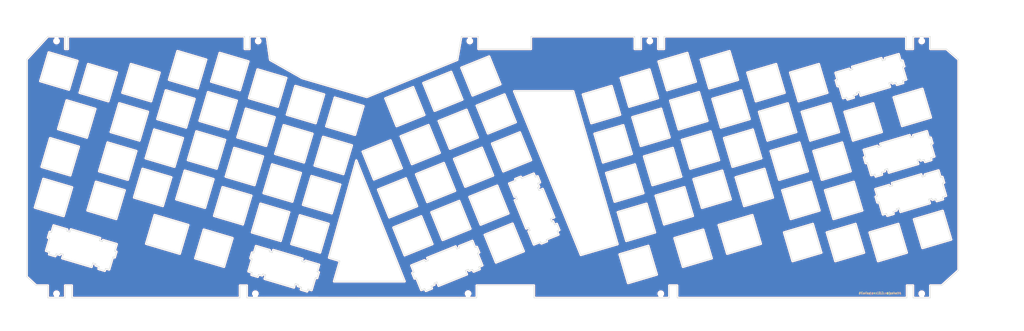
<source format=kicad_pcb>
(kicad_pcb (version 20171130) (host pcbnew "(5.1.5-0-10_14)")
  (layers (0 F.Cu signal) (31 B.Cu signal) (34 B.Paste user) (35 F.Paste user) (36 B.SilkS user) (37 F.SilkS user) (38 B.Mask user) (39 F.Mask user) (44 Edge.Cuts user))
  (net 0 "")
  (module MountingHole:MountingHole_2.2mm_M2 (layer F.Cu) (at 429.46 17.34)
    (fp_text reference REF** hide)
    (fp_text value MountingHole_2.2mm_M2)
    (pad 1 np_thru_hole circle (at 0 0) (size 2.2 2.2) (drill 2.2) (layers *.Cu *.Mask))
  )
  (module MountingHole:MountingHole_2.2mm_M2 (layer F.Cu) (at 303.41 17.34)
    (fp_text reference REF** hide)
    (fp_text value MountingHole_2.2mm_M2)
    (pad 1 np_thru_hole circle (at 0 0) (size 2.2 2.2) (drill 2.2) (layers *.Cu *.Mask))
  )
  (module MountingHole:MountingHole_2.2mm_M2 (layer F.Cu) (at 219.96 17.34)
    (fp_text reference REF** hide)
    (fp_text value MountingHole_2.2mm_M2)
    (pad 1 np_thru_hole circle (at 0 0) (size 2.2 2.2) (drill 2.2) (layers *.Cu *.Mask))
  )
  (module MountingHole:MountingHole_2.2mm_M2 (layer F.Cu) (at 121.86 17.34)
    (fp_text reference REF** hide)
    (fp_text value MountingHole_2.2mm_M2)
    (pad 1 np_thru_hole circle (at 0 0) (size 2.2 2.2) (drill 2.2) (layers *.Cu *.Mask))
  )
  (module MountingHole:MountingHole_2.2mm_M2 (layer F.Cu) (at 28.36 17.34)
    (fp_text reference REF** hide)
    (fp_text value MountingHole_2.2mm_M2)
    (pad 1 np_thru_hole circle (at 0 0) (size 2.2 2.2) (drill 2.2) (layers *.Cu *.Mask))
  )
  (module MountingHole:MountingHole_2.2mm_M2 (layer F.Cu) (at 28.36 134.64)
    (fp_text reference REF** hide)
    (fp_text value MountingHole_2.2mm_M2)
    (pad 1 np_thru_hole circle (at 0 0) (size 2.2 2.2) (drill 2.2) (layers *.Cu *.Mask))
  )
  (module MountingHole:MountingHole_2.2mm_M2 (layer F.Cu) (at 120.56 134.64)
    (fp_text reference REF** hide)
    (fp_text value MountingHole_2.2mm_M2)
    (pad 1 np_thru_hole circle (at 0 0) (size 2.2 2.2) (drill 2.2) (layers *.Cu *.Mask))
  )
  (module MountingHole:MountingHole_2.2mm_M2 (layer F.Cu) (at 219.16 134.59)
    (fp_text reference REF** hide)
    (fp_text value MountingHole_2.2mm_M2)
    (pad 1 np_thru_hole circle (at 0 0) (size 2.2 2.2) (drill 2.2) (layers *.Cu *.Mask))
  )
  (module MountingHole:MountingHole_2.2mm_M2 (layer F.Cu) (at 308.51 134.64)
    (fp_text reference REF** hide)
    (fp_text value MountingHole_2.2mm_M2)
    (pad 1 np_thru_hole circle (at 0 0) (size 2.2 2.2) (drill 2.2) (layers *.Cu *.Mask))
  )
  (module MountingHole:MountingHole_2.2mm_M2 (layer F.Cu) (at 429.46 134.64)
    (fp_text reference REF** hide)
    (fp_text value MountingHole_2.2mm_M2)
    (pad 1 np_thru_hole circle (at 0 0) (size 2.2 2.2) (drill 2.2) (layers *.Cu *.Mask))
  )
  (gr_text "#Colice rev.0.2, @jpskenn" (at 410.1465 134.4295) (layer B.SilkS) (effects (font (size 1 1)) (justify mirror)))
  (gr_text "#Colice rev.0.2, @jpskenn" (at 410.083 134.366) (layer F.SilkS) (effects (font (size 1 1))))
  (gr_line (start 272.371418 42.157024) (end 276.319234 55.484653) (layer Edge.Cuts) (width 0.2))
  (gr_line (start 276.319234 55.484653) (end 289.646823 51.536846) (layer Edge.Cuts) (width 0.2))
  (gr_line (start 285.699008 38.209217) (end 272.371418 42.157024) (layer Edge.Cuts) (width 0.2))
  (gr_line (start 296.492462 74.647381) (end 283.164873 78.595188) (layer Edge.Cuts) (width 0.2))
  (gr_line (start 300.440278 87.975009) (end 296.492462 74.647381) (layer Edge.Cuts) (width 0.2))
  (gr_line (start 288.561464 96.813808) (end 292.509279 110.141437) (layer Edge.Cuts) (width 0.2))
  (gr_line (start 287.112689 91.922817) (end 300.440278 87.975009) (layer Edge.Cuts) (width 0.2))
  (gr_line (start 283.164873 78.595188) (end 287.112689 91.922817) (layer Edge.Cuts) (width 0.2))
  (gr_line (start 318.77958 122.17775) (end 332.107203 118.229933) (layer Edge.Cuts) (width 0.2))
  (gr_line (start 350.944566 98.152127) (end 335.333785 102.776246) (layer Edge.Cuts) (width 0.2))
  (gr_line (start 305.836869 106.19363) (end 301.889053 92.866001) (layer Edge.Cuts) (width 0.2))
  (gr_line (start 293.339025 129.713509) (end 306.666648 125.765691) (layer Edge.Cuts) (width 0.2))
  (gr_line (start 314.831744 108.850052) (end 318.77958 122.17775) (layer Edge.Cuts) (width 0.2))
  (gr_line (start 335.333785 102.776246) (end 339.281621 116.103945) (layer Edge.Cuts) (width 0.2))
  (gr_line (start 301.889053 92.866001) (end 288.561464 96.813808) (layer Edge.Cuts) (width 0.2))
  (gr_line (start 295.043576 69.756012) (end 291.09576 56.428383) (layer Edge.Cuts) (width 0.2))
  (gr_line (start 291.09576 56.428383) (end 277.768171 60.37619) (layer Edge.Cuts) (width 0.2))
  (gr_line (start 328.159367 104.902234) (end 314.831744 108.850052) (layer Edge.Cuts) (width 0.2))
  (gr_line (start 354.892403 111.479825) (end 350.944566 98.152127) (layer Edge.Cuts) (width 0.2))
  (gr_line (start 339.281621 116.103945) (end 354.892403 111.479825) (layer Edge.Cuts) (width 0.2))
  (gr_line (start 323.380992 98.519197) (end 319.433177 85.191568) (layer Edge.Cuts) (width 0.2))
  (gr_line (start 289.391188 116.385811) (end 293.339025 129.713509) (layer Edge.Cuts) (width 0.2))
  (gr_line (start 289.646823 51.536846) (end 285.699008 38.209217) (layer Edge.Cuts) (width 0.2))
  (gr_line (start 336.372403 57.513598) (end 349.699992 53.565791) (layer Edge.Cuts) (width 0.2))
  (gr_line (start 376.696523 77.803808) (end 372.748708 64.476179) (layer Edge.Cuts) (width 0.2))
  (gr_line (start 351.148754 58.456738) (end 337.821164 62.404546) (layer Edge.Cuts) (width 0.2))
  (gr_line (start 360.49316 90.002987) (end 356.545344 76.675358) (layer Edge.Cuts) (width 0.2))
  (gr_line (start 330.9757 39.2946) (end 344.30329 35.346793) (layer Edge.Cuts) (width 0.2))
  (gr_line (start 359.421085 68.423997) (end 363.368901 81.751626) (layer Edge.Cuts) (width 0.2))
  (gr_line (start 365.903243 41.366234) (end 361.955427 28.038605) (layer Edge.Cuts) (width 0.2))
  (gr_line (start 344.30329 35.346793) (end 340.355474 22.019164) (layer Edge.Cuts) (width 0.2))
  (gr_line (start 337.821164 62.404546) (end 341.76898 75.732175) (layer Edge.Cuts) (width 0.2))
  (gr_line (start 314.036586 66.972948) (end 300.708997 70.920756) (layer Edge.Cuts) (width 0.2))
  (gr_line (start 327.597701 94.793162) (end 340.925291 90.845354) (layer Edge.Cuts) (width 0.2))
  (gr_line (start 310.053403 102.467005) (end 323.380992 98.519197) (layer Edge.Cuts) (width 0.2))
  (gr_line (start 304.656812 84.248385) (end 317.984402 80.300577) (layer Edge.Cuts) (width 0.2))
  (gr_line (start 348.627805 31.986422) (end 352.575621 45.314051) (layer Edge.Cuts) (width 0.2))
  (gr_line (start 363.368901 81.751626) (end 376.696523 77.803808) (layer Edge.Cuts) (width 0.2))
  (gr_line (start 382.093114 96.022428) (end 378.145298 82.694799) (layer Edge.Cuts) (width 0.2))
  (gr_line (start 317.984402 80.300577) (end 314.036586 66.972948) (layer Edge.Cuts) (width 0.2))
  (gr_line (start 312.587824 62.082) (end 308.640008 48.754372) (layer Edge.Cuts) (width 0.2))
  (gr_line (start 308.640008 48.754372) (end 295.312419 52.702179) (layer Edge.Cuts) (width 0.2))
  (gr_line (start 335.5287 72.626734) (end 331.580884 59.299105) (layer Edge.Cuts) (width 0.2))
  (gr_line (start 345.752176 40.238162) (end 332.424587 44.185969) (layer Edge.Cuts) (width 0.2))
  (gr_line (start 293.863532 47.81081) (end 307.191122 43.863002) (layer Edge.Cuts) (width 0.2))
  (gr_line (start 336.977475 77.517725) (end 323.649885 81.465533) (layer Edge.Cuts) (width 0.2))
  (gr_line (start 289.915716 34.483181) (end 293.863532 47.81081) (layer Edge.Cuts) (width 0.2))
  (gr_line (start 323.649885 81.465533) (end 327.597701 94.793162) (layer Edge.Cuts) (width 0.2))
  (gr_line (start 322.201111 76.574541) (end 335.5287 72.626734) (layer Edge.Cuts) (width 0.2))
  (gr_line (start 340.355474 22.019164) (end 327.027884 25.966971) (layer Edge.Cuts) (width 0.2))
  (gr_line (start 352.575621 45.314051) (end 365.903243 41.366234) (layer Edge.Cuts) (width 0.2))
  (gr_line (start 318.253295 63.246913) (end 322.201111 76.574541) (layer Edge.Cuts) (width 0.2))
  (gr_line (start 312.856667 45.028168) (end 316.804483 58.355797) (layer Edge.Cuts) (width 0.2))
  (gr_line (start 331.580884 59.299105) (end 318.253295 63.246913) (layer Edge.Cuts) (width 0.2))
  (gr_line (start 330.132073 54.407989) (end 326.184257 41.080361) (layer Edge.Cuts) (width 0.2))
  (gr_line (start 307.45984 26.808749) (end 311.407656 40.136378) (layer Edge.Cuts) (width 0.2))
  (gr_line (start 355.09657 71.784367) (end 351.148754 58.456738) (layer Edge.Cuts) (width 0.2))
  (gr_line (start 367.35213 46.257603) (end 354.024507 50.20542) (layer Edge.Cuts) (width 0.2))
  (gr_line (start 382.923389 115.593927) (end 378.975573 102.266298) (layer Edge.Cuts) (width 0.2))
  (gr_line (start 341.76898 75.732175) (end 355.09657 71.784367) (layer Edge.Cuts) (width 0.2))
  (gr_line (start 332.424587 44.185969) (end 336.372403 57.513598) (layer Edge.Cuts) (width 0.2))
  (gr_line (start 368.765491 99.970246) (end 382.093114 96.022428) (layer Edge.Cuts) (width 0.2))
  (gr_line (start 349.699992 53.565791) (end 345.752176 40.238162) (layer Edge.Cuts) (width 0.2))
  (gr_line (start 371.299946 59.585232) (end 367.35213 46.257603) (layer Edge.Cuts) (width 0.2))
  (gr_line (start 327.027884 25.966971) (end 330.9757 39.2946) (layer Edge.Cuts) (width 0.2))
  (gr_line (start 361.955427 28.038605) (end 348.627805 31.986422) (layer Edge.Cuts) (width 0.2))
  (gr_line (start 307.191122 43.863002) (end 303.243306 30.535374) (layer Edge.Cuts) (width 0.2))
  (gr_line (start 316.804483 58.355797) (end 330.132073 54.407989) (layer Edge.Cuts) (width 0.2))
  (gr_line (start 306.105587 89.139376) (end 310.053403 102.467005) (layer Edge.Cuts) (width 0.2))
  (gr_line (start 319.433177 85.191568) (end 306.105587 89.139376) (layer Edge.Cuts) (width 0.2))
  (gr_line (start 300.708997 70.920756) (end 304.656812 84.248385) (layer Edge.Cuts) (width 0.2))
  (gr_line (start 356.545344 76.675358) (end 343.217755 80.623166) (layer Edge.Cuts) (width 0.2))
  (gr_line (start 354.024507 50.20542) (end 357.972323 63.533049) (layer Edge.Cuts) (width 0.2))
  (gr_line (start 378.145298 82.694799) (end 364.817675 86.642617) (layer Edge.Cuts) (width 0.2))
  (gr_line (start 364.817675 86.642617) (end 368.765491 99.970246) (layer Edge.Cuts) (width 0.2))
  (gr_line (start 299.260235 66.029808) (end 312.587824 62.082) (layer Edge.Cuts) (width 0.2))
  (gr_line (start 295.312419 52.702179) (end 299.260235 66.029808) (layer Edge.Cuts) (width 0.2))
  (gr_line (start 320.787429 22.860941) (end 307.45984 26.808749) (layer Edge.Cuts) (width 0.2))
  (gr_line (start 347.165571 93.950795) (end 360.49316 90.002987) (layer Edge.Cuts) (width 0.2))
  (gr_line (start 357.972323 63.533049) (end 371.299946 59.585232) (layer Edge.Cuts) (width 0.2))
  (gr_line (start 303.243306 30.535374) (end 289.915716 34.483181) (layer Edge.Cuts) (width 0.2))
  (gr_line (start 340.925291 90.845354) (end 336.977475 77.517725) (layer Edge.Cuts) (width 0.2))
  (gr_line (start 311.407656 40.136378) (end 324.735245 36.18857) (layer Edge.Cuts) (width 0.2))
  (gr_line (start 326.184257 41.080361) (end 312.856667 45.028168) (layer Edge.Cuts) (width 0.2))
  (gr_line (start 324.735245 36.18857) (end 320.787429 22.860941) (layer Edge.Cuts) (width 0.2))
  (gr_line (start 372.748708 64.476179) (end 359.421085 68.423997) (layer Edge.Cuts) (width 0.2))
  (gr_line (start 343.217755 80.623166) (end 347.165571 93.950795) (layer Edge.Cuts) (width 0.2))
  (gr_line (start 392.990369 43.87546) (end 391.259011 38.030483) (layer Edge.Cuts) (width 0.2))
  (gr_line (start 415.668428 36.336698) (end 414.211245 36.768335) (layer Edge.Cuts) (width 0.2))
  (gr_line (start 368.445238 31.986438) (end 372.393053 45.314067) (layer Edge.Cuts) (width 0.2))
  (gr_line (start 417.953045 37.699769) (end 417.621201 36.579482) (layer Edge.Cuts) (width 0.2))
  (gr_line (start 412.400491 25.304305) (end 418.781255 23.414238) (layer Edge.Cuts) (width 0.2))
  (gr_line (start 397.641994 42.497587) (end 397.973837 43.617874) (layer Edge.Cuts) (width 0.2))
  (gr_line (start 420.541468 29.356632) (end 422.272826 35.201609) (layer Edge.Cuts) (width 0.2))
  (gr_line (start 410.934804 59.585238) (end 406.986988 46.257609) (layer Edge.Cuts) (width 0.2))
  (gr_line (start 383.186334 81.751642) (end 396.513956 77.803824) (layer Edge.Cuts) (width 0.2))
  (gr_line (start 387.169563 46.257619) (end 373.84194 50.205436) (layer Edge.Cuts) (width 0.2))
  (gr_line (start 422.272826 35.201609) (end 420.543689 35.713803) (layer Edge.Cuts) (width 0.2))
  (gr_line (start 385.465383 106.214132) (end 389.413199 119.541761) (layer Edge.Cuts) (width 0.2))
  (gr_line (start 390.465472 35.351535) (end 389.498797 32.088089) (layer Edge.Cuts) (width 0.2))
  (gr_line (start 420.875533 36.83409) (end 417.953045 37.699769) (layer Edge.Cuts) (width 0.2))
  (gr_line (start 418.781255 23.414238) (end 419.747929 26.677684) (layer Edge.Cuts) (width 0.2))
  (gr_line (start 388.582924 99.970262) (end 401.910547 96.022444) (layer Edge.Cuts) (width 0.2))
  (gr_line (start 397.607181 63.533056) (end 410.934804 59.585238) (layer Edge.Cuts) (width 0.2))
  (gr_line (start 379.238518 68.424013) (end 383.186334 81.751642) (layer Edge.Cuts) (width 0.2))
  (gr_line (start 414.766723 38.6436) (end 401.16016 42.674043) (layer Edge.Cuts) (width 0.2))
  (gr_line (start 392.566141 64.476195) (end 379.238518 68.424013) (layer Edge.Cuts) (width 0.2))
  (gr_line (start 377.789756 63.533065) (end 391.117379 59.585248) (layer Edge.Cuts) (width 0.2))
  (gr_line (start 401.16016 42.674043) (end 400.604683 40.798778) (layer Edge.Cuts) (width 0.2))
  (gr_line (start 385.720676 41.36625) (end 381.77286 28.038621) (layer Edge.Cuts) (width 0.2))
  (gr_line (start 381.77286 28.038621) (end 368.445238 31.986438) (layer Edge.Cuts) (width 0.2))
  (gr_line (start 384.635108 86.642633) (end 388.582924 99.970262) (layer Edge.Cuts) (width 0.2))
  (gr_line (start 397.567593 30.545716) (end 397.192466 29.279304) (layer Edge.Cuts) (width 0.2))
  (gr_line (start 415.892063 37.091676) (end 415.668428 36.336698) (layer Edge.Cuts) (width 0.2))
  (gr_line (start 402.740822 115.593943) (end 398.793006 102.266314) (layer Edge.Cuts) (width 0.2))
  (gr_line (start 397.192466 29.279304) (end 410.799028 25.248861) (layer Edge.Cuts) (width 0.2))
  (gr_line (start 390.410932 38.281695) (end 389.617393 35.602747) (layer Edge.Cuts) (width 0.2))
  (gr_line (start 399.147498 41.230416) (end 399.371132 41.985393) (layer Edge.Cuts) (width 0.2))
  (gr_line (start 391.259011 38.030483) (end 390.410932 38.281695) (layer Edge.Cuts) (width 0.2))
  (gr_line (start 414.211245 36.768335) (end 414.766723 38.6436) (layer Edge.Cuts) (width 0.2))
  (gr_line (start 399.371132 41.985393) (end 397.641994 42.497587) (layer Edge.Cuts) (width 0.2))
  (gr_line (start 400.604683 40.798778) (end 399.147498 41.230416) (layer Edge.Cuts) (width 0.2))
  (gr_line (start 419.747929 26.677684) (end 420.595754 26.426548) (layer Edge.Cuts) (width 0.2))
  (gr_line (start 412.631339 26.083636) (end 412.400491 25.304305) (layer Edge.Cuts) (width 0.2))
  (gr_line (start 420.595754 26.426548) (end 421.389293 29.105496) (layer Edge.Cuts) (width 0.2))
  (gr_line (start 394.719507 43.363266) (end 392.990369 43.87546) (layer Edge.Cuts) (width 0.2))
  (gr_line (start 397.973837 43.617874) (end 395.05135 44.483553) (layer Edge.Cuts) (width 0.2))
  (gr_line (start 369.595766 119.541745) (end 382.923389 115.593927) (layer Edge.Cuts) (width 0.2))
  (gr_line (start 398.793006 102.266314) (end 385.465383 106.214132) (layer Edge.Cuts) (width 0.2))
  (gr_line (start 406.986988 46.257609) (end 393.659366 50.205427) (layer Edge.Cuts) (width 0.2))
  (gr_line (start 365.64795 106.214116) (end 369.595766 119.541745) (layer Edge.Cuts) (width 0.2))
  (gr_line (start 378.975573 102.266298) (end 365.64795 106.214116) (layer Edge.Cuts) (width 0.2))
  (gr_line (start 396.513956 77.803824) (end 392.566141 64.476195) (layer Edge.Cuts) (width 0.2))
  (gr_line (start 391.117379 59.585248) (end 387.169563 46.257619) (layer Edge.Cuts) (width 0.2))
  (gr_line (start 373.84194 50.205436) (end 377.789756 63.533065) (layer Edge.Cuts) (width 0.2))
  (gr_line (start 389.498797 32.088089) (end 395.879561 30.198022) (layer Edge.Cuts) (width 0.2))
  (gr_line (start 389.617393 35.602747) (end 390.465472 35.351535) (layer Edge.Cuts) (width 0.2))
  (gr_line (start 393.659366 50.205427) (end 397.607181 63.533056) (layer Edge.Cuts) (width 0.2))
  (gr_line (start 417.621201 36.579482) (end 415.892063 37.091676) (layer Edge.Cuts) (width 0.2))
  (gr_line (start 410.26899 65.04074) (end 423.875552 61.010296) (layer Edge.Cuts) (width 0.2))
  (gr_line (start 410.799028 25.248861) (end 411.174156 26.515273) (layer Edge.Cuts) (width 0.2))
  (gr_line (start 396.110409 30.977353) (end 397.567593 30.545716) (layer Edge.Cuts) (width 0.2))
  (gr_line (start 372.393053 45.314067) (end 385.720676 41.36625) (layer Edge.Cuts) (width 0.2))
  (gr_line (start 395.05135 44.483553) (end 394.719507 43.363266) (layer Edge.Cuts) (width 0.2))
  (gr_line (start 401.910547 96.022444) (end 397.962731 82.694815) (layer Edge.Cuts) (width 0.2))
  (gr_line (start 411.174156 26.515273) (end 412.631339 26.083636) (layer Edge.Cuts) (width 0.2))
  (gr_line (start 420.543689 35.713803) (end 420.875533 36.83409) (layer Edge.Cuts) (width 0.2))
  (gr_line (start 395.879561 30.198022) (end 396.110409 30.977353) (layer Edge.Cuts) (width 0.2))
  (gr_line (start 389.413199 119.541761) (end 402.740822 115.593943) (layer Edge.Cuts) (width 0.2))
  (gr_line (start 421.389293 29.105496) (end 420.541468 29.356632) (layer Edge.Cuts) (width 0.2))
  (gr_line (start 397.962731 82.694815) (end 384.635108 86.642633) (layer Edge.Cuts) (width 0.2))
  (gr_line (start 410.644118 66.307152) (end 410.26899 65.04074) (layer Edge.Cuts) (width 0.2))
  (gr_line (start 410.718518 78.259023) (end 411.050362 79.37931) (layer Edge.Cuts) (width 0.2))
  (gr_line (start 419.080879 94.789235) (end 417.623694 95.220873) (layer Edge.Cuts) (width 0.2))
  (gr_line (start 425.477016 61.06574) (end 431.857779 59.175674) (layer Edge.Cuts) (width 0.2))
  (gr_line (start 404.335535 73.791918) (end 403.487456 74.04313) (layer Edge.Cuts) (width 0.2))
  (gr_line (start 409.735207 92.02094) (end 408.887128 92.272152) (layer Edge.Cuts) (width 0.2))
  (gr_line (start 435.349351 70.963045) (end 433.620214 71.475238) (layer Edge.Cuts) (width 0.2))
  (gr_line (start 411.050362 79.37931) (end 408.127875 80.244989) (layer Edge.Cuts) (width 0.2))
  (gr_line (start 409.186933 66.738789) (end 410.644118 66.307152) (layer Edge.Cuts) (width 0.2))
  (gr_line (start 406.066893 79.636895) (end 404.335535 73.791918) (layer Edge.Cuts) (width 0.2))
  (gr_line (start 419.636356 96.6645) (end 419.080879 94.789235) (layer Edge.Cuts) (width 0.2))
  (gr_line (start 414.355757 84.188479) (end 414.586605 84.96781) (layer Edge.Cuts) (width 0.2))
  (gr_line (start 433.672278 62.187983) (end 434.465817 64.866931) (layer Edge.Cuts) (width 0.2))
  (gr_line (start 415.668662 83.269761) (end 429.275224 79.239318) (layer Edge.Cuts) (width 0.2))
  (gr_line (start 412.224023 76.991851) (end 412.447657 77.746829) (layer Edge.Cuts) (width 0.2))
  (gr_line (start 408.956085 65.959458) (end 409.186933 66.738789) (layer Edge.Cuts) (width 0.2))
  (gr_line (start 408.127875 80.244989) (end 407.796031 79.124702) (layer Edge.Cuts) (width 0.2))
  (gr_line (start 430.697726 72.340918) (end 428.968587 72.853111) (layer Edge.Cuts) (width 0.2))
  (gr_line (start 432.824454 62.43912) (end 433.672278 62.187983) (layer Edge.Cuts) (width 0.2))
  (gr_line (start 424.25068 62.276708) (end 425.707863 61.845071) (layer Edge.Cuts) (width 0.2))
  (gr_line (start 417.623694 95.220873) (end 417.847328 95.97585) (layer Edge.Cuts) (width 0.2))
  (gr_line (start 411.466565 97.865917) (end 409.735207 92.02094) (layer Edge.Cuts) (width 0.2))
  (gr_line (start 434.144625 90.327155) (end 432.687441 90.758792) (layer Edge.Cuts) (width 0.2))
  (gr_line (start 432.687441 90.758792) (end 433.242919 92.634057) (layer Edge.Cuts) (width 0.2))
  (gr_line (start 402.575321 67.849524) (end 408.956085 65.959458) (layer Edge.Cuts) (width 0.2))
  (gr_line (start 434.465817 64.866931) (end 433.617993 65.118068) (layer Edge.Cuts) (width 0.2))
  (gr_line (start 403.541996 71.11297) (end 402.575321 67.849524) (layer Edge.Cuts) (width 0.2))
  (gr_line (start 402.693917 71.364182) (end 403.541996 71.11297) (layer Edge.Cuts) (width 0.2))
  (gr_line (start 403.487456 74.04313) (end 402.693917 71.364182) (layer Edge.Cuts) (width 0.2))
  (gr_line (start 407.796031 79.124702) (end 406.066893 79.636895) (layer Edge.Cuts) (width 0.2))
  (gr_line (start 412.447657 77.746829) (end 410.718518 78.259023) (layer Edge.Cuts) (width 0.2))
  (gr_line (start 413.681207 76.560214) (end 412.224023 76.991851) (layer Edge.Cuts) (width 0.2))
  (gr_line (start 414.236685 78.435479) (end 413.681207 76.560214) (layer Edge.Cuts) (width 0.2))
  (gr_line (start 427.843247 74.405036) (end 414.236685 78.435479) (layer Edge.Cuts) (width 0.2))
  (gr_line (start 427.28777 72.529771) (end 427.843247 74.405036) (layer Edge.Cuts) (width 0.2))
  (gr_line (start 439.017664 83.347089) (end 440.749022 89.192066) (layer Edge.Cuts) (width 0.2))
  (gr_line (start 439.865489 83.095953) (end 439.017664 83.347089) (layer Edge.Cuts) (width 0.2))
  (gr_line (start 428.744953 72.098134) (end 427.28777 72.529771) (layer Edge.Cuts) (width 0.2))
  (gr_line (start 431.029569 73.461205) (end 430.697726 72.340918) (layer Edge.Cuts) (width 0.2))
  (gr_line (start 433.952057 72.595526) (end 431.029569 73.461205) (layer Edge.Cuts) (width 0.2))
  (gr_line (start 433.617993 65.118068) (end 435.349351 70.963045) (layer Edge.Cuts) (width 0.2))
  (gr_line (start 423.875552 61.010296) (end 424.25068 62.276708) (layer Edge.Cuts) (width 0.2))
  (gr_line (start 414.586605 84.96781) (end 416.043789 84.536173) (layer Edge.Cuts) (width 0.2))
  (gr_line (start 417.847328 95.97585) (end 416.11819 96.488044) (layer Edge.Cuts) (width 0.2))
  (gr_line (start 440.749022 89.192066) (end 439.019885 89.70426) (layer Edge.Cuts) (width 0.2))
  (gr_line (start 407.974993 86.078546) (end 414.355757 84.188479) (layer Edge.Cuts) (width 0.2))
  (gr_line (start 413.195703 97.353723) (end 411.466565 97.865917) (layer Edge.Cuts) (width 0.2))
  (gr_line (start 408.941668 89.341992) (end 407.974993 86.078546) (layer Edge.Cuts) (width 0.2))
  (gr_line (start 416.450033 97.608331) (end 413.527546 98.47401) (layer Edge.Cuts) (width 0.2))
  (gr_line (start 433.242919 92.634057) (end 419.636356 96.6645) (layer Edge.Cuts) (width 0.2))
  (gr_line (start 439.019885 89.70426) (end 439.351729 90.824547) (layer Edge.Cuts) (width 0.2))
  (gr_line (start 408.093589 89.593204) (end 408.941668 89.341992) (layer Edge.Cuts) (width 0.2))
  (gr_line (start 428.968587 72.853111) (end 428.744953 72.098134) (layer Edge.Cuts) (width 0.2))
  (gr_line (start 433.620214 71.475238) (end 433.952057 72.595526) (layer Edge.Cuts) (width 0.2))
  (gr_line (start 436.429241 91.690226) (end 436.097397 90.569939) (layer Edge.Cuts) (width 0.2))
  (gr_line (start 439.351729 90.824547) (end 436.429241 91.690226) (layer Edge.Cuts) (width 0.2))
  (gr_line (start 431.857779 59.175674) (end 432.824454 62.43912) (layer Edge.Cuts) (width 0.2))
  (gr_line (start 425.707863 61.845071) (end 425.477016 61.06574) (layer Edge.Cuts) (width 0.2))
  (gr_line (start 413.527546 98.47401) (end 413.195703 97.353723) (layer Edge.Cuts) (width 0.2))
  (gr_line (start 416.11819 96.488044) (end 416.450033 97.608331) (layer Edge.Cuts) (width 0.2))
  (gr_line (start 436.097397 90.569939) (end 434.368259 91.082133) (layer Edge.Cuts) (width 0.2))
  (gr_line (start 408.887128 92.272152) (end 408.093589 89.593204) (layer Edge.Cuts) (width 0.2))
  (gr_line (start 434.368259 91.082133) (end 434.144625 90.327155) (layer Edge.Cuts) (width 0.2))
  (gr_line (start 416.043789 84.536173) (end 415.668662 83.269761) (layer Edge.Cuts) (width 0.2))
  (gr_line (start 194.124446 124.711989) (end 192.849432 121.556219) (layer Edge.Cuts) (width 0.2))
  (gr_line (start 253.148673 111.351137) (end 252.817332 110.53104) (layer Edge.Cuts) (width 0.2))
  (gr_line (start 439.18231 96.172643) (end 425.854687 100.120461) (layer Edge.Cuts) (width 0.2))
  (gr_line (start 247.922242 105.331338) (end 247.352926 103.922232) (layer Edge.Cuts) (width 0.2))
  (gr_line (start 255.407887 109.484386) (end 255.739228 110.304483) (layer Edge.Cuts) (width 0.2))
  (gr_line (start 258.56707 101.030542) (end 259.242638 102.702629) (layer Edge.Cuts) (width 0.2))
  (gr_line (start 241.376797 82.214735) (end 241.045555 81.394884) (layer Edge.Cuts) (width 0.2))
  (gr_line (start 200.238469 118.022954) (end 213.396086 112.706924) (layer Edge.Cuts) (width 0.2))
  (gr_line (start 433.72005 52.835948) (end 429.772235 39.508319) (layer Edge.Cuts) (width 0.2))
  (gr_line (start 250.29504 80.556558) (end 251.378363 80.118867) (layer Edge.Cuts) (width 0.2))
  (gr_line (start 438.224125 80.668141) (end 439.07195 80.417005) (layer Edge.Cuts) (width 0.2))
  (gr_line (start 255.739228 110.304483) (end 253.148673 111.351137) (layer Edge.Cuts) (width 0.2))
  (gr_line (start 257.267687 99.916403) (end 257.837003 101.325509) (layer Edge.Cuts) (width 0.2))
  (gr_line (start 195.1711 127.302546) (end 194.351003 127.633887) (layer Edge.Cuts) (width 0.2))
  (gr_line (start 241.467583 89.355504) (end 240.713967 89.659985) (layer Edge.Cuts) (width 0.2))
  (gr_line (start 253.76505 86.026121) (end 259.081078 99.183745) (layer Edge.Cuts) (width 0.2))
  (gr_line (start 199.019664 119.06328) (end 199.324145 119.816897) (layer Edge.Cuts) (width 0.2))
  (gr_line (start 243.636111 80.34823) (end 243.967352 81.168082) (layer Edge.Cuts) (width 0.2))
  (gr_line (start 430.876687 79.294762) (end 437.257451 77.404695) (layer Edge.Cuts) (width 0.2))
  (gr_line (start 422.558247 115.593934) (end 418.610431 102.266305) (layer Edge.Cuts) (width 0.2))
  (gr_line (start 429.802503 113.44809) (end 443.130125 109.500272) (layer Edge.Cuts) (width 0.2))
  (gr_line (start 405.282808 106.214123) (end 409.230624 119.541752) (layer Edge.Cuts) (width 0.2))
  (gr_line (start 238.221029 83.48975) (end 241.376797 82.214735) (layer Edge.Cuts) (width 0.2))
  (gr_line (start 418.610431 102.266305) (end 405.282808 106.214123) (layer Edge.Cuts) (width 0.2))
  (gr_line (start 252.520167 82.94493) (end 251.436844 83.382621) (layer Edge.Cuts) (width 0.2))
  (gr_line (start 249.619473 78.884473) (end 250.29504 80.556558) (layer Edge.Cuts) (width 0.2))
  (gr_line (start 247.352926 103.922232) (end 246.1283 104.417014) (layer Edge.Cuts) (width 0.2))
  (gr_line (start 257.837003 101.325509) (end 258.56707 101.030542) (layer Edge.Cuts) (width 0.2))
  (gr_line (start 416.444612 43.456137) (end 420.392428 56.783766) (layer Edge.Cuts) (width 0.2))
  (gr_line (start 259.242638 102.702629) (end 260.325961 102.264938) (layer Edge.Cuts) (width 0.2))
  (gr_line (start 243.967352 81.168082) (end 249.619473 78.884473) (layer Edge.Cuts) (width 0.2))
  (gr_line (start 192.849432 121.556219) (end 199.019664 119.06328) (layer Edge.Cuts) (width 0.2))
  (gr_line (start 241.045555 81.394884) (end 243.636111 80.34823) (layer Edge.Cuts) (width 0.2))
  (gr_line (start 193.304349 125.04333) (end 194.124446 124.711989) (layer Edge.Cuts) (width 0.2))
  (gr_line (start 242.036899 90.764608) (end 241.467583 89.355504) (layer Edge.Cuts) (width 0.2))
  (gr_line (start 251.436844 83.382621) (end 252.112411 85.054708) (layer Edge.Cuts) (width 0.2))
  (gr_line (start 251.378363 80.118867) (end 252.520167 82.94493) (layer Edge.Cuts) (width 0.2))
  (gr_line (start 443.130125 109.500272) (end 439.18231 96.172643) (layer Edge.Cuts) (width 0.2))
  (gr_line (start 251.95166 86.758779) (end 253.76505 86.026121) (layer Edge.Cuts) (width 0.2))
  (gr_line (start 200.73325 119.247581) (end 200.238469 118.022954) (layer Edge.Cuts) (width 0.2))
  (gr_line (start 260.384441 105.528691) (end 261.060008 107.200777) (layer Edge.Cuts) (width 0.2))
  (gr_line (start 246.1283 104.417014) (end 240.812273 91.25939) (layer Edge.Cuts) (width 0.2))
  (gr_line (start 259.081078 99.183745) (end 257.267687 99.916403) (layer Edge.Cuts) (width 0.2))
  (gr_line (start 439.07195 80.417005) (end 439.865489 83.095953) (layer Edge.Cuts) (width 0.2))
  (gr_line (start 437.257451 77.404695) (end 438.224125 80.668141) (layer Edge.Cuts) (width 0.2))
  (gr_line (start 431.107535 80.074093) (end 430.876687 79.294762) (layer Edge.Cuts) (width 0.2))
  (gr_line (start 429.650352 80.50573) (end 431.107535 80.074093) (layer Edge.Cuts) (width 0.2))
  (gr_line (start 252.817332 110.53104) (end 249.661564 111.806054) (layer Edge.Cuts) (width 0.2))
  (gr_line (start 240.713967 89.659985) (end 238.221029 83.48975) (layer Edge.Cuts) (width 0.2))
  (gr_line (start 260.325961 102.264938) (end 261.467764 105.090999) (layer Edge.Cuts) (width 0.2))
  (gr_line (start 252.112411 85.054708) (end 251.382344 85.349675) (layer Edge.Cuts) (width 0.2))
  (gr_line (start 251.382344 85.349675) (end 251.95166 86.758779) (layer Edge.Cuts) (width 0.2))
  (gr_line (start 429.275224 79.239318) (end 429.650352 80.50573) (layer Edge.Cuts) (width 0.2))
  (gr_line (start 409.230624 119.541752) (end 422.558247 115.593934) (layer Edge.Cuts) (width 0.2))
  (gr_line (start 420.392428 56.783766) (end 433.72005 52.835948) (layer Edge.Cuts) (width 0.2))
  (gr_line (start 247.168626 105.635819) (end 247.922242 105.331338) (layer Edge.Cuts) (width 0.2))
  (gr_line (start 261.467764 105.090999) (end 260.384441 105.528691) (layer Edge.Cuts) (width 0.2))
  (gr_line (start 199.324145 119.816897) (end 200.73325 119.247581) (layer Edge.Cuts) (width 0.2))
  (gr_line (start 429.772235 39.508319) (end 416.444612 43.456137) (layer Edge.Cuts) (width 0.2))
  (gr_line (start 425.854687 100.120461) (end 429.802503 113.44809) (layer Edge.Cuts) (width 0.2))
  (gr_line (start 249.661564 111.806054) (end 247.168626 105.635819) (layer Edge.Cuts) (width 0.2))
  (gr_line (start 194.351003 127.633887) (end 193.304349 125.04333) (layer Edge.Cuts) (width 0.2))
  (gr_line (start 261.060008 107.200777) (end 255.407887 109.484386) (layer Edge.Cuts) (width 0.2))
  (gr_line (start 240.812273 91.25939) (end 242.036899 90.764608) (layer Edge.Cuts) (width 0.2))
  (gr_line (start 222.440737 113.271449) (end 223.260588 112.940207) (layer Edge.Cuts) (width 0.2))
  (gr_line (start 215.299972 113.362235) (end 214.995491 112.608618) (layer Edge.Cuts) (width 0.2))
  (gr_line (start 180.805553 43.963505) (end 193.693434 38.756455) (layer Edge.Cuts) (width 0.2))
  (gr_line (start 202.636111 111.61518) (end 189.748229 116.82223) (layer Edge.Cuts) (width 0.2))
  (gr_line (start 215.047237 91.608946) (end 220.254011 104.496159) (layer Edge.Cuts) (width 0.2))
  (gr_line (start 190.311301 81.11022) (end 195.518075 93.997433) (layer Edge.Cuts) (width 0.2))
  (gr_line (start 200.81124 56.373633) (end 206.018014 69.260847) (layer Edge.Cuts) (width 0.2))
  (gr_line (start 193.693434 38.756455) (end 198.900349 51.644014) (layer Edge.Cuts) (width 0.2))
  (gr_line (start 197.454707 132.954669) (end 195.1711 127.302546) (layer Edge.Cuts) (width 0.2))
  (gr_line (start 189.748229 116.82223) (end 184.541454 103.935016) (layer Edge.Cuts) (width 0.2))
  (gr_line (start 187.923358 61.580683) (end 200.81124 56.373633) (layer Edge.Cuts) (width 0.2))
  (gr_line (start 203.329973 129.731663) (end 203.624939 130.46173) (layer Edge.Cuts) (width 0.2))
  (gr_line (start 213.890868 113.931551) (end 215.299972 113.362235) (layer Edge.Cuts) (width 0.2))
  (gr_line (start 220.254011 104.496159) (end 207.36613 109.703209) (layer Edge.Cuts) (width 0.2))
  (gr_line (start 244.972599 114.951223) (end 232.084717 120.158272) (layer Edge.Cuts) (width 0.2))
  (gr_line (start 199.126792 132.279102) (end 197.454707 132.954669) (layer Edge.Cuts) (width 0.2))
  (gr_line (start 177.423419 86.317269) (end 190.311301 81.11022) (layer Edge.Cuts) (width 0.2))
  (gr_line (start 223.48739 115.862006) (end 225.770998 121.514129) (layer Edge.Cuts) (width 0.2))
  (gr_line (start 224.307241 115.530764) (end 223.48739 115.862006) (layer Edge.Cuts) (width 0.2))
  (gr_line (start 199.564484 133.362426) (end 199.126792 132.279102) (layer Edge.Cuts) (width 0.2))
  (gr_line (start 202.390544 132.220622) (end 199.564484 133.362426) (layer Edge.Cuts) (width 0.2))
  (gr_line (start 201.952853 131.137298) (end 202.390544 132.220622) (layer Edge.Cuts) (width 0.2))
  (gr_line (start 198.900349 51.644014) (end 186.012467 56.851064) (layer Edge.Cuts) (width 0.2))
  (gr_line (start 217.866884 84.967916) (end 212.660109 72.080703) (layer Edge.Cuts) (width 0.2))
  (gr_line (start 203.624939 130.46173) (end 201.952853 131.137298) (layer Edge.Cuts) (width 0.2))
  (gr_line (start 204.739078 129.162347) (end 203.329973 129.731663) (layer Edge.Cuts) (width 0.2))
  (gr_line (start 221.165723 110.115679) (end 222.440737 113.271449) (layer Edge.Cuts) (width 0.2))
  (gr_line (start 218.629353 125.659708) (end 205.471736 130.975738) (layer Edge.Cuts) (width 0.2))
  (gr_line (start 170.305457 68.699704) (end 183.193339 63.492654) (layer Edge.Cuts) (width 0.2))
  (gr_line (start 224.098913 122.189696) (end 224.536605 123.27302) (layer Edge.Cuts) (width 0.2))
  (gr_line (start 213.136075 86.878657) (end 200.248194 92.085707) (layer Edge.Cuts) (width 0.2))
  (gr_line (start 223.260588 112.940207) (end 224.307241 115.530764) (layer Edge.Cuts) (width 0.2))
  (gr_line (start 232.084717 120.158272) (end 226.895999 107.315751) (layer Edge.Cuts) (width 0.2))
  (gr_line (start 205.471736 130.975738) (end 204.739078 129.162347) (layer Edge.Cuts) (width 0.2))
  (gr_line (start 224.536605 123.27302) (end 221.710543 124.414824) (layer Edge.Cuts) (width 0.2))
  (gr_line (start 207.36613 109.703209) (end 202.159355 96.815995) (layer Edge.Cuts) (width 0.2))
  (gr_line (start 202.159355 96.815995) (end 215.047237 91.608946) (layer Edge.Cuts) (width 0.2))
  (gr_line (start 184.541454 103.935016) (end 197.429336 98.727967) (layer Edge.Cuts) (width 0.2))
  (gr_line (start 219.305799 123.277001) (end 217.896695 123.846317) (layer Edge.Cuts) (width 0.2))
  (gr_line (start 221.272852 123.331501) (end 219.600766 124.007068) (layer Edge.Cuts) (width 0.2))
  (gr_line (start 226.895999 107.315751) (end 239.783881 102.108702) (layer Edge.Cuts) (width 0.2))
  (gr_line (start 217.896695 123.846317) (end 218.629353 125.659708) (layer Edge.Cuts) (width 0.2))
  (gr_line (start 188.400114 76.379868) (end 175.512232 81.586917) (layer Edge.Cuts) (width 0.2))
  (gr_line (start 219.600766 124.007068) (end 219.305799 123.277001) (layer Edge.Cuts) (width 0.2))
  (gr_line (start 195.041419 79.198493) (end 207.929301 73.991444) (layer Edge.Cuts) (width 0.2))
  (gr_line (start 225.770998 121.514129) (end 224.098913 122.189696) (layer Edge.Cuts) (width 0.2))
  (gr_line (start 214.995491 112.608618) (end 221.165723 110.115679) (layer Edge.Cuts) (width 0.2))
  (gr_line (start 213.396086 112.706924) (end 213.890868 113.931551) (layer Edge.Cuts) (width 0.2))
  (gr_line (start 195.518075 93.997433) (end 182.630194 99.204482) (layer Edge.Cuts) (width 0.2))
  (gr_line (start 175.512232 81.586917) (end 170.305457 68.699704) (layer Edge.Cuts) (width 0.2))
  (gr_line (start 237.8728 97.378614) (end 224.984919 102.585663) (layer Edge.Cuts) (width 0.2))
  (gr_line (start 183.193339 63.492654) (end 188.400114 76.379868) (layer Edge.Cuts) (width 0.2))
  (gr_line (start 206.018014 69.260847) (end 193.130133 74.467896) (layer Edge.Cuts) (width 0.2))
  (gr_line (start 186.012467 56.851064) (end 180.805553 43.963505) (layer Edge.Cuts) (width 0.2))
  (gr_line (start 193.130133 74.467896) (end 187.923358 61.580683) (layer Edge.Cuts) (width 0.2))
  (gr_line (start 239.783881 102.108702) (end 244.972599 114.951223) (layer Edge.Cuts) (width 0.2))
  (gr_line (start 224.984919 102.585663) (end 219.778144 89.69845) (layer Edge.Cuts) (width 0.2))
  (gr_line (start 182.630194 99.204482) (end 177.423419 86.317269) (layer Edge.Cuts) (width 0.2))
  (gr_line (start 219.778144 89.69845) (end 232.666026 84.4914) (layer Edge.Cuts) (width 0.2))
  (gr_line (start 232.666026 84.4914) (end 237.8728 97.378614) (layer Edge.Cuts) (width 0.2))
  (gr_line (start 197.429336 98.727967) (end 202.636111 111.61518) (layer Edge.Cuts) (width 0.2))
  (gr_line (start 200.248194 92.085707) (end 195.041419 79.198493) (layer Edge.Cuts) (width 0.2))
  (gr_line (start 207.929301 73.991444) (end 213.136075 86.878657) (layer Edge.Cuts) (width 0.2))
  (gr_line (start 221.710543 124.414824) (end 221.272852 123.331501) (layer Edge.Cuts) (width 0.2))
  (gr_line (start 32.351566 130.83791) (end 35.445016 130.83791) (layer Edge.Cuts) (width 0.2))
  (gr_line (start 24.351575 130.835371) (end 24.351575 136.619917) (layer Edge.Cuts) (width 0.2))
  (gr_line (start 32.351566 136.619917) (end 32.351566 130.83791) (layer Edge.Cuts) (width 0.2))
  (gr_line (start 281.715986 73.703819) (end 295.043576 69.756012) (layer Edge.Cuts) (width 0.2))
  (gr_line (start 292.509279 110.141437) (end 305.836869 106.19363) (layer Edge.Cuts) (width 0.2))
  (gr_line (start 332.107203 118.229933) (end 328.159367 104.902234) (layer Edge.Cuts) (width 0.2))
  (gr_line (start 302.718811 112.437993) (end 289.391188 116.385811) (layer Edge.Cuts) (width 0.2))
  (gr_line (start 306.666648 125.765691) (end 302.718811 112.437993) (layer Edge.Cuts) (width 0.2))
  (gr_line (start 189.745306 128.919445) (end 167.349354 72.80278) (layer Edge.Cuts) (width 0.2))
  (gr_line (start 277.768171 60.37619) (end 281.715986 73.703819) (layer Edge.Cuts) (width 0.2))
  (gr_line (start 214.137733 26.0765) (end 172.215685 43.29972) (layer Edge.Cuts) (width 0.2))
  (gr_line (start 299.287989 21.027995) (end 296.416971 21.027995) (layer Edge.Cuts) (width 0.2))
  (gr_line (start 115.637625 21.027995) (end 115.637625 15.207169) (layer Edge.Cuts) (width 0.2))
  (gr_line (start 125.849423 15.207169) (end 117.849427 15.207169) (layer Edge.Cuts) (width 0.2))
  (gr_line (start 216.04236 15.207169) (end 214.137733 26.0765) (layer Edge.Cuts) (width 0.2))
  (gr_line (start 296.416971 15.207169) (end 248.308549 15.207169) (layer Edge.Cuts) (width 0.2))
  (gr_line (start 159.745303 119.452663) (end 157.00155 128.919445) (layer Edge.Cuts) (width 0.2))
  (gr_line (start 117.849427 21.027995) (end 115.637625 21.027995) (layer Edge.Cuts) (width 0.2))
  (gr_line (start 299.287989 15.207169) (end 299.287989 21.027995) (layer Edge.Cuts) (width 0.2))
  (gr_line (start 33.637395 21.027995) (end 32.349219 21.027995) (layer Edge.Cuts) (width 0.2))
  (gr_line (start 14.51 126.727664) (end 18.92559 130.835371) (layer Edge.Cuts) (width 0.2))
  (gr_line (start 14.51 25.87936) (end 14.51 126.727664) (layer Edge.Cuts) (width 0.2))
  (gr_line (start 296.416971 21.027995) (end 296.416971 15.207169) (layer Edge.Cuts) (width 0.2))
  (gr_line (start 422.327087 15.207169) (end 309.98716 15.207169) (layer Edge.Cuts) (width 0.2))
  (gr_line (start 433.448663 15.207169) (end 425.411918 15.207169) (layer Edge.Cuts) (width 0.2))
  (gr_line (start 35.445016 130.83791) (end 35.445016 136.625244) (layer Edge.Cuts) (width 0.2))
  (gr_line (start 116.582896 130.84172) (end 116.582896 136.619917) (layer Edge.Cuts) (width 0.2))
  (gr_line (start 113.39349 130.841464) (end 116.582896 130.84172) (layer Edge.Cuts) (width 0.2))
  (gr_line (start 35.445016 136.625244) (end 113.39349 136.625244) (layer Edge.Cuts) (width 0.2))
  (gr_line (start 223.946638 15.207169) (end 216.04236 15.207169) (layer Edge.Cuts) (width 0.2))
  (gr_line (start 167.349354 72.80278) (end 154.686 117.9195) (layer Edge.Cuts) (width 0.2))
  (gr_line (start 433.448663 21.027995) (end 433.448663 15.207169) (layer Edge.Cuts) (width 0.2))
  (gr_line (start 446.51 25.909044) (end 440.888279 21.027995) (layer Edge.Cuts) (width 0.2))
  (gr_line (start 32.349219 21.027995) (end 32.349219 15.207169) (layer Edge.Cuts) (width 0.2))
  (gr_line (start 127.376193 26.0765) (end 125.849423 15.207169) (layer Edge.Cuts) (width 0.2))
  (gr_line (start 157.00155 128.919445) (end 189.745306 128.919445) (layer Edge.Cuts) (width 0.2))
  (gr_line (start 32.349219 15.207169) (end 24.349227 15.207169) (layer Edge.Cuts) (width 0.2))
  (gr_line (start 440.888279 21.027995) (end 433.448663 21.027995) (layer Edge.Cuts) (width 0.2))
  (gr_line (start 438.739583 130.830299) (end 446.51 123.797459) (layer Edge.Cuts) (width 0.2))
  (gr_line (start 142.336771 34.565944) (end 127.376193 26.0765) (layer Edge.Cuts) (width 0.2))
  (gr_line (start 309.98716 21.027995) (end 307.288255 21.027995) (layer Edge.Cuts) (width 0.2))
  (gr_line (start 24.351575 136.619917) (end 32.351566 136.619917) (layer Edge.Cuts) (width 0.2))
  (gr_line (start 18.92559 130.835371) (end 24.351575 130.835371) (layer Edge.Cuts) (width 0.2))
  (gr_line (start 117.849427 15.207169) (end 117.849427 21.027995) (layer Edge.Cuts) (width 0.2))
  (gr_line (start 307.288255 15.207169) (end 299.287989 15.207169) (layer Edge.Cuts) (width 0.2))
  (gr_line (start 271.441826 116.65284) (end 240.51339 40.652746) (layer Edge.Cuts) (width 0.2))
  (gr_line (start 267.911705 40.653009) (end 288.460412 111.665994) (layer Edge.Cuts) (width 0.2))
  (gr_line (start 105.357393 85.178994) (end 118.684982 89.126802) (layer Edge.Cuts) (width 0.2))
  (gr_line (start 148.342352 127.153779) (end 146.606246 132.997362) (layer Edge.Cuts) (width 0.2))
  (gr_line (start 149.985688 124.727295) (end 149.189973 127.405604) (layer Edge.Cuts) (width 0.2))
  (gr_line (start 92.683425 118.217376) (end 96.631261 104.889678) (layer Edge.Cuts) (width 0.2))
  (gr_line (start 129.746994 69.743438) (end 133.694809 56.415809) (layer Edge.Cuts) (width 0.2))
  (gr_line (start 122.901516 92.853427) (end 136.229106 96.801235) (layer Edge.Cuts) (width 0.2))
  (gr_line (start 152.419151 42.144451) (end 148.471335 55.47208) (layer Edge.Cuts) (width 0.2))
  (gr_line (start 109.958884 108.837495) (end 106.011047 122.165194) (layer Edge.Cuts) (width 0.2))
  (gr_line (start 69.896928 111.466885) (end 73.844765 98.139186) (layer Edge.Cuts) (width 0.2))
  (gr_line (start 124.081573 70.908182) (end 120.133757 84.235811) (layer Edge.Cuts) (width 0.2))
  (gr_line (start 130.927037 47.798237) (end 117.599448 43.850429) (layer Edge.Cuts) (width 0.2))
  (gr_line (start 133.694809 56.415809) (end 147.022399 60.363617) (layer Edge.Cuts) (width 0.2))
  (gr_line (start 141.625696 78.582615) (end 137.67788 91.910244) (layer Edge.Cuts) (width 0.2))
  (gr_line (start 114.737166 102.454431) (end 101.409577 98.506623) (layer Edge.Cuts) (width 0.2))
  (gr_line (start 142.416007 118.397771) (end 142.039851 119.663881) (layer Edge.Cuts) (width 0.2))
  (gr_line (start 106.011047 122.165194) (end 92.683425 118.217376) (layer Edge.Cuts) (width 0.2))
  (gr_line (start 118.9537 106.181056) (end 122.901516 92.853427) (layer Edge.Cuts) (width 0.2))
  (gr_line (start 143.074583 73.691246) (end 129.746994 69.743438) (layer Edge.Cuts) (width 0.2))
  (gr_line (start 132.28129 110.128864) (end 118.9537 106.181056) (layer Edge.Cuts) (width 0.2))
  (gr_line (start 124.350291 87.962436) (end 128.298107 74.634807) (layer Edge.Cuts) (width 0.2))
  (gr_line (start 137.67788 91.910244) (end 124.350291 87.962436) (layer Edge.Cuts) (width 0.2))
  (gr_line (start 125.530335 66.017235) (end 112.202745 62.069427) (layer Edge.Cuts) (width 0.2))
  (gr_line (start 128.298107 74.634807) (end 141.625696 78.582615) (layer Edge.Cuts) (width 0.2))
  (gr_line (start 135.143746 51.524272) (end 139.091562 38.196643) (layer Edge.Cuts) (width 0.2))
  (gr_line (start 118.684982 89.126802) (end 114.737166 102.454431) (layer Edge.Cuts) (width 0.2))
  (gr_line (start 106.806168 80.288003) (end 110.753983 66.960374) (layer Edge.Cuts) (width 0.2))
  (gr_line (start 83.865279 90.83278) (end 87.813095 77.505151) (layer Edge.Cuts) (width 0.2))
  (gr_line (start 121.547263 30.5228) (end 134.874853 34.470608) (layer Edge.Cuts) (width 0.2))
  (gr_line (start 136.229106 96.801235) (end 132.28129 110.128864) (layer Edge.Cuts) (width 0.2))
  (gr_line (start 112.202745 62.069427) (end 116.150561 48.741798) (layer Edge.Cuts) (width 0.2))
  (gr_line (start 85.509801 116.091624) (end 69.896928 111.466885) (layer Edge.Cuts) (width 0.2))
  (gr_line (start 143.728165 119.317556) (end 150.107394 121.212802) (layer Edge.Cuts) (width 0.2))
  (gr_line (start 139.091562 38.196643) (end 152.419151 42.144451) (layer Edge.Cuts) (width 0.2))
  (gr_line (start 96.631261 104.889678) (end 109.958884 108.837495) (layer Edge.Cuts) (width 0.2))
  (gr_line (start 110.753983 66.960374) (end 124.081573 70.908182) (layer Edge.Cuts) (width 0.2))
  (gr_line (start 144.877525 132.483765) (end 144.544771 133.603785) (layer Edge.Cuts) (width 0.2))
  (gr_line (start 142.039851 119.663881) (end 143.496684 120.096701) (layer Edge.Cuts) (width 0.2))
  (gr_line (start 89.457638 102.763925) (end 85.509801 116.091624) (layer Edge.Cuts) (width 0.2))
  (gr_line (start 147.022399 60.363617) (end 143.074583 73.691246) (layer Edge.Cuts) (width 0.2))
  (gr_line (start 73.844765 98.139186) (end 89.457638 102.763925) (layer Edge.Cuts) (width 0.2))
  (gr_line (start 117.599448 43.850429) (end 121.547263 30.5228) (layer Edge.Cuts) (width 0.2))
  (gr_line (start 134.874853 34.470608) (end 130.927037 47.798237) (layer Edge.Cuts) (width 0.2))
  (gr_line (start 146.606246 132.997362) (end 144.877525 132.483765) (layer Edge.Cuts) (width 0.2))
  (gr_line (start 143.496684 120.096701) (end 143.728165 119.317556) (layer Edge.Cuts) (width 0.2))
  (gr_line (start 129.47815 52.689606) (end 125.530335 66.017235) (layer Edge.Cuts) (width 0.2))
  (gr_line (start 149.189973 127.405604) (end 148.342352 127.153779) (layer Edge.Cuts) (width 0.2))
  (gr_line (start 149.138068 124.47547) (end 149.985688 124.727295) (layer Edge.Cuts) (width 0.2))
  (gr_line (start 101.409577 98.506623) (end 105.357393 85.178994) (layer Edge.Cuts) (width 0.2))
  (gr_line (start 120.133757 84.235811) (end 106.806168 80.288003) (layer Edge.Cuts) (width 0.2))
  (gr_line (start 116.150561 48.741798) (end 129.47815 52.689606) (layer Edge.Cuts) (width 0.2))
  (gr_line (start 150.107394 121.212802) (end 149.138068 124.47547) (layer Edge.Cuts) (width 0.2))
  (gr_line (start 148.471335 55.47208) (end 135.143746 51.524272) (layer Edge.Cuts) (width 0.2))
  (gr_line (start 69.693997 71.771792) (end 73.641813 58.444164) (layer Edge.Cuts) (width 0.2))
  (gr_line (start 34.754644 79.710129) (end 21.427021 75.762311) (layer Edge.Cuts) (width 0.2))
  (gr_line (start 29.106792 58.220046) (end 33.054608 44.892418) (layer Edge.Cuts) (width 0.2))
  (gr_line (start 59.972378 86.62989) (end 56.024563 99.957519) (layer Edge.Cuts) (width 0.2))
  (gr_line (start 75.090575 53.553216) (end 79.038391 40.225587) (layer Edge.Cuts) (width 0.2))
  (gr_line (start 76.162249 31.973696) (end 72.214433 45.301325) (layer Edge.Cuts) (width 0.2))
  (gr_line (start 43.017706 28.026046) (end 56.345329 31.973864) (layer Edge.Cuts) (width 0.2))
  (gr_line (start 93.814867 39.282026) (end 80.487277 35.334218) (layer Edge.Cuts) (width 0.2))
  (gr_line (start 88.418164 57.501024) (end 75.090575 53.553216) (layer Edge.Cuts) (width 0.2))
  (gr_line (start 80.487277 35.334218) (end 84.435093 22.006589) (layer Edge.Cuts) (width 0.2))
  (gr_line (start 46.382231 48.840235) (end 42.434415 62.167864) (layer Edge.Cuts) (width 0.2))
  (gr_line (start 64.297407 89.990413) (end 68.245222 76.662784) (layer Edge.Cuts) (width 0.2))
  (gr_line (start 77.624996 93.93822) (end 64.297407 89.990413) (layer Edge.Cuts) (width 0.2))
  (gr_line (start 61.421153 81.738899) (end 48.093564 77.791091) (layer Edge.Cuts) (width 0.2))
  (gr_line (start 42.434415 62.167864) (end 29.106792 58.220046) (layer Edge.Cuts) (width 0.2))
  (gr_line (start 53.490141 59.572515) (end 57.437957 46.244886) (layer Edge.Cuts) (width 0.2))
  (gr_line (start 57.437957 46.244886) (end 70.765547 50.192694) (layer Edge.Cuts) (width 0.2))
  (gr_line (start 58.886844 41.353517) (end 62.83466 28.025888) (layer Edge.Cuts) (width 0.2))
  (gr_line (start 56.024563 99.957519) (end 42.696973 96.009712) (layer Edge.Cuts) (width 0.2))
  (gr_line (start 35.589062 85.277432) (end 31.641246 98.605061) (layer Edge.Cuts) (width 0.2))
  (gr_line (start 18.313624 94.657243) (end 22.26144 81.329614) (layer Edge.Cuts) (width 0.2))
  (gr_line (start 22.26144 81.329614) (end 35.589062 85.277432) (layer Edge.Cuts) (width 0.2))
  (gr_line (start 20.804253 35.94318) (end 24.752069 22.615551) (layer Edge.Cuts) (width 0.2))
  (gr_line (start 25.374837 62.434682) (end 38.70246 66.3825) (layer Edge.Cuts) (width 0.2))
  (gr_line (start 52.397513 45.301493) (end 39.069891 41.353675) (layer Edge.Cuts) (width 0.2))
  (gr_line (start 56.345329 31.973864) (end 52.397513 45.301493) (layer Edge.Cuts) (width 0.2))
  (gr_line (start 46.644789 82.682083) (end 59.972378 86.62989) (layer Edge.Cuts) (width 0.2))
  (gr_line (start 70.765547 50.192694) (end 66.817731 63.520323) (layer Edge.Cuts) (width 0.2))
  (gr_line (start 93.209685 59.286531) (end 106.537275 63.234339) (layer Edge.Cuts) (width 0.2))
  (gr_line (start 81.572812 80.610591) (end 77.624996 93.93822) (layer Edge.Cuts) (width 0.2))
  (gr_line (start 39.069891 41.353675) (end 43.017706 28.026046) (layer Edge.Cuts) (width 0.2))
  (gr_line (start 111.933902 45.015595) (end 107.986086 58.343223) (layer Edge.Cuts) (width 0.2))
  (gr_line (start 42.696973 96.009712) (end 46.644789 82.682083) (layer Edge.Cuts) (width 0.2))
  (gr_line (start 31.641246 98.605061) (end 18.313624 94.657243) (layer Edge.Cuts) (width 0.2))
  (gr_line (start 68.245222 76.662784) (end 81.572812 80.610591) (layer Edge.Cuts) (width 0.2))
  (gr_line (start 72.214433 45.301325) (end 58.886844 41.353517) (layer Edge.Cuts) (width 0.2))
  (gr_line (start 62.83466 28.025888) (end 76.162249 31.973696) (layer Edge.Cuts) (width 0.2))
  (gr_line (start 92.36598 44.173395) (end 88.418164 57.501024) (layer Edge.Cuts) (width 0.2))
  (gr_line (start 104.00314 22.848367) (end 117.330729 26.796175) (layer Edge.Cuts) (width 0.2))
  (gr_line (start 89.261869 72.61416) (end 93.209685 59.286531) (layer Edge.Cuts) (width 0.2))
  (gr_line (start 83.021587 75.7196) (end 69.693997 71.771792) (layer Edge.Cuts) (width 0.2))
  (gr_line (start 66.817731 63.520323) (end 53.490141 59.572515) (layer Edge.Cuts) (width 0.2))
  (gr_line (start 97.192868 94.780588) (end 83.865279 90.83278) (layer Edge.Cuts) (width 0.2))
  (gr_line (start 100.055324 36.175996) (end 104.00314 22.848367) (layer Edge.Cuts) (width 0.2))
  (gr_line (start 101.140684 81.452959) (end 97.192868 94.780588) (layer Edge.Cuts) (width 0.2))
  (gr_line (start 87.813095 77.505151) (end 101.140684 81.452959) (layer Edge.Cuts) (width 0.2))
  (gr_line (start 102.589459 76.561968) (end 89.261869 72.61416) (layer Edge.Cuts) (width 0.2))
  (gr_line (start 106.537275 63.234339) (end 102.589459 76.561968) (layer Edge.Cuts) (width 0.2))
  (gr_line (start 94.658497 54.395416) (end 98.606313 41.067787) (layer Edge.Cuts) (width 0.2))
  (gr_line (start 107.986086 58.343223) (end 94.658497 54.395416) (layer Edge.Cuts) (width 0.2))
  (gr_line (start 98.606313 41.067787) (end 111.933902 45.015595) (layer Edge.Cuts) (width 0.2))
  (gr_line (start 84.435093 22.006589) (end 97.762682 25.954397) (layer Edge.Cuts) (width 0.2))
  (gr_line (start 79.038391 40.225587) (end 92.36598 44.173395) (layer Edge.Cuts) (width 0.2))
  (gr_line (start 33.054608 44.892418) (end 46.382231 48.840235) (layer Edge.Cuts) (width 0.2))
  (gr_line (start 113.382914 40.123804) (end 100.055324 36.175996) (layer Edge.Cuts) (width 0.2))
  (gr_line (start 38.70246 66.3825) (end 34.754644 79.710129) (layer Edge.Cuts) (width 0.2))
  (gr_line (start 86.969402 62.391971) (end 83.021587 75.7196) (layer Edge.Cuts) (width 0.2))
  (gr_line (start 97.762682 25.954397) (end 93.814867 39.282026) (layer Edge.Cuts) (width 0.2))
  (gr_line (start 48.093564 77.791091) (end 52.04138 64.463463) (layer Edge.Cuts) (width 0.2))
  (gr_line (start 65.368969 68.41127) (end 61.421153 81.738899) (layer Edge.Cuts) (width 0.2))
  (gr_line (start 117.330729 26.796175) (end 113.382914 40.123804) (layer Edge.Cuts) (width 0.2))
  (gr_line (start 21.427021 75.762311) (end 25.374837 62.434682) (layer Edge.Cuts) (width 0.2))
  (gr_line (start 52.04138 64.463463) (end 65.368969 68.41127) (layer Edge.Cuts) (width 0.2))
  (gr_line (start 73.641813 58.444164) (end 86.969402 62.391971) (layer Edge.Cuts) (width 0.2))
  (gr_line (start 34.602604 106.056049) (end 33.145421 105.624412) (layer Edge.Cuts) (width 0.2))
  (gr_line (start 33.145421 105.624412) (end 33.376269 104.845081) (layer Edge.Cuts) (width 0.2))
  (gr_line (start 48.134766 122.038363) (end 47.802922 123.15865) (layer Edge.Cuts) (width 0.2))
  (gr_line (start 27.823715 117.240546) (end 28.155559 116.120258) (layer Edge.Cuts) (width 0.2))
  (gr_line (start 50.72541 124.02433) (end 51.057253 122.904042) (layer Edge.Cuts) (width 0.2))
  (gr_line (start 56.277963 111.628865) (end 49.897199 109.738798) (layer Edge.Cuts) (width 0.2))
  (gr_line (start 55.311288 114.892311) (end 56.277963 111.628865) (layer Edge.Cuts) (width 0.2))
  (gr_line (start 34.131876 39.890998) (end 20.804253 35.94318) (layer Edge.Cuts) (width 0.2))
  (gr_line (start 38.079691 26.563369) (end 34.131876 39.890998) (layer Edge.Cuts) (width 0.2))
  (gr_line (start 24.901227 116.374866) (end 27.823715 117.240546) (layer Edge.Cuts) (width 0.2))
  (gr_line (start 24.752069 22.615551) (end 38.079691 26.563369) (layer Edge.Cuts) (width 0.2))
  (gr_line (start 46.405627 121.526169) (end 48.134766 122.038363) (layer Edge.Cuts) (width 0.2))
  (gr_line (start 48.584294 108.82008) (end 34.977732 104.789637) (layer Edge.Cuts) (width 0.2))
  (gr_line (start 48.209167 110.086492) (end 48.584294 108.82008) (layer Edge.Cuts) (width 0.2))
  (gr_line (start 33.376269 104.845081) (end 26.995505 102.955015) (layer Edge.Cuts) (width 0.2))
  (gr_line (start 30.108331 115.877474) (end 31.565515 116.309111) (layer Edge.Cuts) (width 0.2))
  (gr_line (start 49.666351 110.518129) (end 48.209167 110.086492) (layer Edge.Cuts) (width 0.2))
  (gr_line (start 26.02883 106.218461) (end 25.181006 105.967324) (layer Edge.Cuts) (width 0.2))
  (gr_line (start 49.897199 109.738798) (end 49.666351 110.518129) (layer Edge.Cuts) (width 0.2))
  (gr_line (start 25.235291 108.897409) (end 23.503934 114.742386) (layer Edge.Cuts) (width 0.2))
  (gr_line (start 24.387467 108.646272) (end 25.235291 108.897409) (layer Edge.Cuts) (width 0.2))
  (gr_line (start 25.181006 105.967324) (end 24.387467 108.646272) (layer Edge.Cuts) (width 0.2))
  (gr_line (start 51.057253 122.904042) (end 52.786391 123.416236) (layer Edge.Cuts) (width 0.2))
  (gr_line (start 44.616599 122.214819) (end 45.172077 120.339555) (layer Edge.Cuts) (width 0.2))
  (gr_line (start 31.565515 116.309111) (end 31.010037 118.184376) (layer Edge.Cuts) (width 0.2))
  (gr_line (start 31.010037 118.184376) (end 44.616599 122.214819) (layer Edge.Cuts) (width 0.2))
  (gr_line (start 26.995505 102.955015) (end 26.02883 106.218461) (layer Edge.Cuts) (width 0.2))
  (gr_line (start 54.517749 117.571259) (end 55.365828 117.822471) (layer Edge.Cuts) (width 0.2))
  (gr_line (start 56.159367 115.143523) (end 55.311288 114.892311) (layer Edge.Cuts) (width 0.2))
  (gr_line (start 55.365828 117.822471) (end 56.159367 115.143523) (layer Edge.Cuts) (width 0.2))
  (gr_line (start 25.23307 115.254579) (end 24.901227 116.374866) (layer Edge.Cuts) (width 0.2))
  (gr_line (start 52.786391 123.416236) (end 54.517749 117.571259) (layer Edge.Cuts) (width 0.2))
  (gr_line (start 47.802922 123.15865) (end 50.72541 124.02433) (layer Edge.Cuts) (width 0.2))
  (gr_line (start 46.629261 120.771192) (end 46.405627 121.526169) (layer Edge.Cuts) (width 0.2))
  (gr_line (start 45.172077 120.339555) (end 46.629261 120.771192) (layer Edge.Cuts) (width 0.2))
  (gr_line (start 29.884697 116.632452) (end 30.108331 115.877474) (layer Edge.Cuts) (width 0.2))
  (gr_line (start 34.977732 104.789637) (end 34.602604 106.056049) (layer Edge.Cuts) (width 0.2))
  (gr_line (start 28.155559 116.120258) (end 29.884697 116.632452) (layer Edge.Cuts) (width 0.2))
  (gr_line (start 23.503934 114.742386) (end 25.23307 115.254579) (layer Edge.Cuts) (width 0.2))
  (gr_line (start 118.219061 118.204255) (end 119.014777 115.525946) (layer Edge.Cuts) (width 0.2))
  (gr_line (start 124.83414 127.747826) (end 125.391141 125.873008) (layer Edge.Cuts) (width 0.2))
  (gr_line (start 119.066936 118.456156) (end 118.219061 118.204255) (layer Edge.Cuts) (width 0.2))
  (gr_line (start 144.544771 133.603785) (end 141.622986 132.735733) (layer Edge.Cuts) (width 0.2))
  (gr_line (start 123.934307 125.440188) (end 123.71006 126.194985) (layer Edge.Cuts) (width 0.2))
  (gr_line (start 140.227017 131.102116) (end 140.451264 130.347318) (layer Edge.Cuts) (width 0.2))
  (gr_line (start 128.812717 114.356281) (end 142.416007 118.397771) (layer Edge.Cuts) (width 0.2))
  (gr_line (start 140.451264 130.347318) (end 138.994431 129.914498) (layer Edge.Cuts) (width 0.2))
  (gr_line (start 123.71006 126.194985) (end 121.981337 125.681388) (layer Edge.Cuts) (width 0.2))
  (gr_line (start 141.16705 98.263919) (end 154.49464 102.211727) (layer Edge.Cuts) (width 0.2))
  (gr_line (start 166.736869 60.882572) (end 153.40928 56.934764) (layer Edge.Cuts) (width 0.2))
  (gr_line (start 210.748922 67.35035) (end 205.542147 54.463137) (layer Edge.Cuts) (width 0.2))
  (gr_line (start 150.546824 115.539356) (end 137.219234 111.591548) (layer Edge.Cuts) (width 0.2))
  (gr_line (start 218.430029 49.256088) (end 223.636803 62.143301) (layer Edge.Cuts) (width 0.2))
  (gr_line (start 205.542147 54.463137) (end 218.430029 49.256088) (layer Edge.Cuts) (width 0.2))
  (gr_line (start 236.047944 42.137061) (end 241.254719 55.024274) (layer Edge.Cuts) (width 0.2))
  (gr_line (start 241.254719 55.024274) (end 228.366837 60.231323) (layer Edge.Cuts) (width 0.2))
  (gr_line (start 223.160063 47.34411) (end 236.047944 42.137061) (layer Edge.Cuts) (width 0.2))
  (gr_line (start 198.424026 36.845176) (end 211.311907 31.638127) (layer Edge.Cuts) (width 0.2))
  (gr_line (start 203.631073 49.733064) (end 198.424026 36.845176) (layer Edge.Cuts) (width 0.2))
  (gr_line (start 138.994431 129.914498) (end 138.43743 131.789316) (layer Edge.Cuts) (width 0.2))
  (gr_line (start 216.518954 44.526014) (end 203.631073 49.733064) (layer Edge.Cuts) (width 0.2))
  (gr_line (start 211.311907 31.638127) (end 216.518954 44.526014) (layer Edge.Cuts) (width 0.2))
  (gr_line (start 235.484898 77.849134) (end 230.278124 64.961921) (layer Edge.Cuts) (width 0.2))
  (gr_line (start 230.278124 64.961921) (end 243.166005 59.754872) (layer Edge.Cuts) (width 0.2))
  (gr_line (start 116.582896 136.619917) (end 124.582891 136.619917) (layer Edge.Cuts) (width 0.2))
  (gr_line (start 288.460412 111.665994) (end 271.441826 116.65284) (layer Edge.Cuts) (width 0.2))
  (gr_line (start 113.39349 136.625244) (end 113.39349 130.841464) (layer Edge.Cuts) (width 0.2))
  (gr_line (start 142.615825 93.372928) (end 146.563641 80.045299) (layer Edge.Cuts) (width 0.2))
  (gr_line (start 141.622986 132.735733) (end 141.955739 131.615713) (layer Edge.Cuts) (width 0.2))
  (gr_line (start 157.357095 43.607135) (end 170.684685 47.554943) (layer Edge.Cuts) (width 0.2))
  (gr_line (start 137.219234 111.591548) (end 141.16705 98.263919) (layer Edge.Cuts) (width 0.2))
  (gr_line (start 119.014777 115.525946) (end 119.862652 115.777846) (layer Edge.Cuts) (width 0.2))
  (gr_line (start 165.287933 65.774109) (end 161.340117 79.101738) (layer Edge.Cuts) (width 0.2))
  (gr_line (start 146.563641 80.045299) (end 159.89123 83.993107) (layer Edge.Cuts) (width 0.2))
  (gr_line (start 120.831978 112.515179) (end 127.211208 114.410425) (layer Edge.Cuts) (width 0.2))
  (gr_line (start 128.436561 115.622391) (end 128.812717 114.356281) (layer Edge.Cuts) (width 0.2))
  (gr_line (start 126.979727 115.18957) (end 128.436561 115.622391) (layer Edge.Cuts) (width 0.2))
  (gr_line (start 127.211208 114.410425) (end 126.979727 115.18957) (layer Edge.Cuts) (width 0.2))
  (gr_line (start 121.981337 125.681388) (end 121.648583 126.801408) (layer Edge.Cuts) (width 0.2))
  (gr_line (start 138.43743 131.789316) (end 124.83414 127.747826) (layer Edge.Cuts) (width 0.2))
  (gr_line (start 161.340117 79.101738) (end 148.012527 75.15393) (layer Edge.Cuts) (width 0.2))
  (gr_line (start 121.648583 126.801408) (end 118.726799 125.933356) (layer Edge.Cuts) (width 0.2))
  (gr_line (start 125.391141 125.873008) (end 123.934307 125.440188) (layer Edge.Cuts) (width 0.2))
  (gr_line (start 141.955739 131.615713) (end 140.227017 131.102116) (layer Edge.Cuts) (width 0.2))
  (gr_line (start 119.059552 124.813336) (end 117.33083 124.299739) (layer Edge.Cuts) (width 0.2))
  (gr_line (start 148.012527 75.15393) (end 151.960343 61.826301) (layer Edge.Cuts) (width 0.2))
  (gr_line (start 119.862652 115.777846) (end 120.831978 112.515179) (layer Edge.Cuts) (width 0.2))
  (gr_line (start 228.930139 24.519883) (end 234.137053 37.407442) (layer Edge.Cuts) (width 0.2))
  (gr_line (start 230.754765 79.760866) (end 217.866884 84.967916) (layer Edge.Cuts) (width 0.2))
  (gr_line (start 225.547991 66.873653) (end 230.754765 79.760866) (layer Edge.Cuts) (width 0.2))
  (gr_line (start 212.660109 72.080703) (end 225.547991 66.873653) (layer Edge.Cuts) (width 0.2))
  (gr_line (start 234.137053 37.407442) (end 221.249172 42.614491) (layer Edge.Cuts) (width 0.2))
  (gr_line (start 223.636803 62.143301) (end 210.748922 67.35035) (layer Edge.Cuts) (width 0.2))
  (gr_line (start 248.37278 72.642085) (end 235.484898 77.849134) (layer Edge.Cuts) (width 0.2))
  (gr_line (start 243.166005 59.754872) (end 248.37278 72.642085) (layer Edge.Cuts) (width 0.2))
  (gr_line (start 221.249172 42.614491) (end 216.042257 29.726932) (layer Edge.Cuts) (width 0.2))
  (gr_line (start 118.726799 125.933356) (end 119.059552 124.813336) (layer Edge.Cuts) (width 0.2))
  (gr_line (start 228.366837 60.231323) (end 223.160063 47.34411) (layer Edge.Cuts) (width 0.2))
  (gr_line (start 216.042257 29.726932) (end 228.930139 24.519883) (layer Edge.Cuts) (width 0.2))
  (gr_line (start 154.49464 102.211727) (end 150.546824 115.539356) (layer Edge.Cuts) (width 0.2))
  (gr_line (start 155.943414 97.320736) (end 142.615825 93.372928) (layer Edge.Cuts) (width 0.2))
  (gr_line (start 117.33083 124.299739) (end 119.066936 118.456156) (layer Edge.Cuts) (width 0.2))
  (gr_line (start 159.89123 83.993107) (end 155.943414 97.320736) (layer Edge.Cuts) (width 0.2))
  (gr_line (start 151.960343 61.826301) (end 165.287933 65.774109) (layer Edge.Cuts) (width 0.2))
  (gr_line (start 153.40928 56.934764) (end 157.357095 43.607135) (layer Edge.Cuts) (width 0.2))
  (gr_line (start 170.684685 47.554943) (end 166.736869 60.882572) (layer Edge.Cuts) (width 0.2))
  (gr_line (start 223.160175 136.625244) (end 223.160175 130.830299) (layer Edge.Cuts) (width 0.2))
  (gr_line (start 312.469642 136.625244) (end 312.469642 130.833342) (layer Edge.Cuts) (width 0.2))
  (gr_line (start 215.160195 136.625244) (end 223.160175 136.625244) (layer Edge.Cuts) (width 0.2))
  (gr_line (start 422.62433 130.830299) (end 425.448429 130.830299) (layer Edge.Cuts) (width 0.2))
  (gr_line (start 433.448663 136.625244) (end 433.448663 130.830299) (layer Edge.Cuts) (width 0.2))
  (gr_line (start 223.160175 130.830299) (end 249.703664 130.830299) (layer Edge.Cuts) (width 0.2))
  (gr_line (start 304.469376 136.625244) (end 312.469642 136.625244) (layer Edge.Cuts) (width 0.2))
  (gr_line (start 425.448429 130.830299) (end 425.448429 136.625244) (layer Edge.Cuts) (width 0.2))
  (gr_line (start 249.703664 130.830299) (end 249.703664 136.625244) (layer Edge.Cuts) (width 0.2))
  (gr_line (start 422.62433 136.625244) (end 422.62433 130.830299) (layer Edge.Cuts) (width 0.2))
  (gr_line (start 433.448663 130.830299) (end 438.739583 130.830299) (layer Edge.Cuts) (width 0.2))
  (gr_line (start 316.073392 136.625244) (end 422.62433 136.625244) (layer Edge.Cuts) (width 0.2))
  (gr_line (start 316.073392 130.833342) (end 316.073392 136.625244) (layer Edge.Cuts) (width 0.2))
  (gr_line (start 249.703664 136.625244) (end 304.469376 136.625244) (layer Edge.Cuts) (width 0.2))
  (gr_line (start 312.469642 130.833342) (end 316.073392 130.833342) (layer Edge.Cuts) (width 0.2))
  (gr_line (start 124.582891 136.619917) (end 215.160195 136.625244) (layer Edge.Cuts) (width 0.2))
  (gr_line (start 425.448429 136.625244) (end 433.448663 136.625244) (layer Edge.Cuts) (width 0.2))
  (gr_line (start 172.215685 43.29972) (end 142.336771 34.565944) (layer Edge.Cuts) (width 0.2))
  (gr_line (start 223.946638 21.027995) (end 223.946638 15.207169) (layer Edge.Cuts) (width 0.2))
  (gr_line (start 425.411918 15.207169) (end 425.411918 21.027995) (layer Edge.Cuts) (width 0.2))
  (gr_line (start 248.308549 15.207169) (end 248.308549 21.027995) (layer Edge.Cuts) (width 0.2))
  (gr_line (start 307.288255 21.027995) (end 307.288255 15.207169) (layer Edge.Cuts) (width 0.2))
  (gr_line (start 425.411918 21.027995) (end 422.327087 21.027995) (layer Edge.Cuts) (width 0.2))
  (gr_line (start 240.51339 40.652746) (end 267.911705 40.653009) (layer Edge.Cuts) (width 0.2))
  (gr_line (start 115.637625 15.207169) (end 33.637395 15.207169) (layer Edge.Cuts) (width 0.2))
  (gr_line (start 24.349227 15.207169) (end 14.51 25.87936) (layer Edge.Cuts) (width 0.2))
  (gr_line (start 446.51 123.797459) (end 446.51 25.909044) (layer Edge.Cuts) (width 0.2))
  (gr_line (start 33.637395 15.207169) (end 33.637395 21.027995) (layer Edge.Cuts) (width 0.2))
  (gr_line (start 248.308549 21.027995) (end 223.946638 21.027995) (layer Edge.Cuts) (width 0.2))
  (gr_line (start 309.98716 15.207169) (end 309.98716 21.027995) (layer Edge.Cuts) (width 0.2))
  (gr_line (start 422.327087 21.027995) (end 422.327087 15.207169) (layer Edge.Cuts) (width 0.2))
  (gr_line (start 154.686 117.9195) (end 159.745303 119.452663) (layer Edge.Cuts) (width 0.2))
  (zone (net 0) (net_name "") (layer F.Cu) (connect_pads (clearance 0.508)) (min_thickness 0.254) (fill yes (arc_segments 32) (thermal_gap 0.508) (thermal_bridge_width 0.508))
    (polygon (pts (xy 467.233 145.9865) (xy 6.096 150.8125) (xy 4.8895 6.731) (xy 465.201 4.953)))
  )
  (zone (net 0) (net_name "") (layer B.Cu) (connect_pads (clearance 0.508)) (min_thickness 0.254) (fill yes (arc_segments 32) (thermal_gap 0.508) (thermal_bridge_width 0.508))
    (polygon (pts (xy 471.2335 149.479) (xy 2.159 151.892) (xy 3.3655 1.778) (xy 476.885 -1.7145)))
  )
)
</source>
